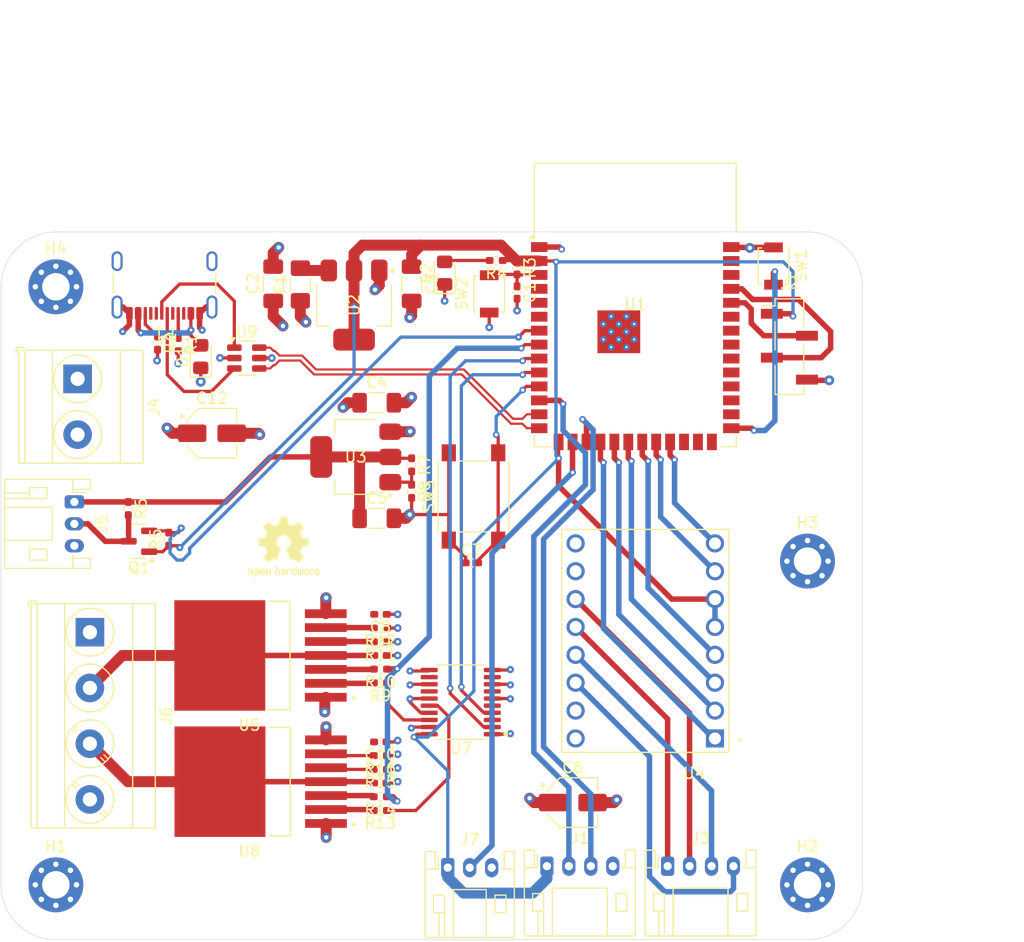
<source format=kicad_pcb>
(kicad_pcb (version 20240108) (generator "pcbnew") (generator_version "8.0")
  (title_block (title "ESP32 Control System") (date "2024-06-27") (rev "v1") (company "Shourov Paul"))
  (layers (0 "F.Cu" signal) (1 "In1.Cu" power "VBUS") (2 "In2.Cu" power "GND") (31 "B.Cu" signal) (34 "B.Paste" user) (35 "F.Paste" user) (36 "B.SilkS" user "B.Silkscreen") (37 "F.SilkS" user "F.Silkscreen") (38 "B.Mask" user) (39 "F.Mask" user) (44 "Edge.Cuts" user))
  (net 0 "")
  (net 1 "VDD33")
  (net 2 "/SV_O")
  (net 3 "GND")
  (net 4 "/GPIO0")
  (net 5 "/GPIO15")
  (net 7 "/SDA")
  (net 8 "/GPIO46")
  (net 9 "/GPIO9")
  (net 10 "/GPIO13")
  (net 14 "/GPIO42")
  (net 15 "/GPIO14")
  (net 16 "/SCL")
  (net 17 "/D-")
  (net 20 "/GPIO41")
  (net 22 "/GPIO48")
  (net 25 "/RX")
  (net 26 "/GPIO12")
  (net 27 "/D+")
  (net 29 "/TX")
  (net 31 "/GPIO47")
  (net 32 "/EN")
  (net 33 "/GPIO45")
  (net 34 "Net-(U2-VI)")
  (net 35 "VDD8")
  (net 36 "VBUS")
  (net 37 "Net-(U3-ADJ)")
  (net 38 "/B1")
  (net 39 "/B2")
  (net 40 "/A2")
  (net 41 "/A1")
  (net 43 "Net-(J6-Pin_2)")
  (net 44 "Net-(U5-SR)")
  (net 45 "Net-(U5-IN)")
  (net 46 "Net-(U5-IS)")
  (net 47 "Net-(U5-INH)")
  (net 48 "Net-(U8-IS)")
  (net 49 "Net-(U8-SR)")
  (net 50 "Net-(U8-IN)")
  (net 51 "Net-(J6-Pin_3)")
  (net 52 "Net-(U8-INH)")
  (net 53 "Net-(P1-D+)")
  (net 54 "Net-(P1-D-)")
  (net 55 "Net-(D1-A)")
  (net 56 "Net-(D2-A)")
  (net 57 "Net-(P1-CC)")
  (net 58 "Net-(P1-VCONN)")
  (net 59 "/OUT1")
  (net 60 "/OUT2")
  (net 67 "/GPIO7")
  (footprint "Capacitor_SMD:C_0402_1005Metric_Pad0.74x0.62mm_HandSolder" (layer "F.Cu") (at 108.5655 101.728)
    (property "Reference" "C11")
    (property "Value" "100pf")
  )
  (footprint "Resistor_SMD:R_0402_1005Metric_Pad0.72x0.64mm_HandSolder" (layer "F.Cu") (at 85.598 76.708 -90)
    (property "Reference" "R6")
    (property "Value" "10k")
  )
  (footprint "Capacitor_SMD:C_0402_1005Metric_Pad0.74x0.62mm_HandSolder" (layer "F.Cu") (at 108.5805 90.098)
    (property "Reference" "C9")
    (property "Value" "100pf")
  )
  (footprint "BTS7960B:DPAK127P1490X440-8N" (layer "F.Cu") (at 97.648 90.1 180)
    (property "Reference" "U5")
    (property "Value" "BTS7960B")
  )
  (footprint "TerminalBlock_Phoenix:TerminalBlock_Phoenix_MKDS-3-4-5.08_1x04_P5.08mm_Horizontal" (layer "F.Cu") (at 82.098 87.98 -90)
    (property "Reference" "J6")
    (property "Value" "Screw_Terminal_01x04")
  )
  (footprint "Capacitor_SMD:C_1206_3216Metric_Pad1.33x1.80mm_HandSolder" (layer "F.Cu") (at 111.422 56.2285 -90)
    (property "Reference" "C3")
    (property "Value" "10uf")
  )
  (footprint "Connector_JST:JST_PH_S3B-PH-K_1x03_P2.00mm_Horizontal" (layer "F.Cu") (at 114.713 109.437)
    (property "Reference" "J7")
    (property "Value" "Analog")
  )
  (footprint "Connector_JST:JST_PH_S4B-PH-K_1x04_P2.00mm_Horizontal" (layer "F.Cu") (at 123.75 109.3)
    (property "Reference" "J1")
    (property "Value" "AS5600")
  )
  (footprint "TerminalBlock_Phoenix:TerminalBlock_Phoenix_MKDS-3-2-5.08_1x02_P5.08mm_Horizontal" (layer "F.Cu") (at 80.98 64.892 -90)
    (property "Reference" "J4")
    (property "Value" "PWR_C")
  )
  (footprint "Resistor_SMD:R_0402_1005Metric_Pad0.72x0.64mm_HandSolder" (layer "F.Cu") (at 121.031 54.7745 -90)
    (property "Reference" "R3")
    (property "Value" "10k")
  )
  (footprint "Package_TO_SOT_SMD:SOT-223-3_TabPin2" (layer "F.Cu") (at 106.172 58.166 -90)
    (property "Reference" "U2")
    (property "Value" "AMS1117-3.3")
  )
  (footprint "Connector_USB:USB_C_Receptacle_GCT_USB4105-xx-A_16P_TopMnt_Horizontal" (layer "F.Cu") (at 88.9 55.245 180)
    (property "Reference" "P1")
    (property "Value" "USB_C_Plug_USB2.0")
  )
  (footprint "Resistor_SMD:R_0402_1005Metric_Pad0.72x0.64mm_HandSolder" (layer "F.Cu") (at 111.4195 72.72575 -90)
    (property "Reference" "R7")
    (property "Value" "1k")
  )
  (footprint "Resistor_SMD:R_0402_1005Metric_Pad0.72x0.64mm_HandSolder" (layer "F.Cu") (at 108.5805 92.6 180)
    (property "Reference" "R9")
    (property "Value" "1k")
  )
  (footprint "Resistor_SMD:R_0402_1005Metric_Pad0.72x0.64mm_HandSolder" (layer "F.Cu") (at 108.5655 102.974 180)
    (property "Reference" "R14")
    (property "Value" "1k")
  )
  (footprint "MountingHole:MountingHole_2.5mm_Pad_Via" (layer "F.Cu") (at 79 111)
    (property "Reference" "H1")
    (property "Value" "MountingHole_Pad")
  )
  (footprint "Capacitor_SMD:C_0402_1005Metric_Pad0.74x0.62mm_HandSolder" (layer "F.Cu") (at 121.031 57.023 -90)
    (property "Reference" "C1")
    (property "Value" "1uf")
  )
  (footprint "Resistor_SMD:R_0402_1005Metric_Pad0.72x0.64mm_HandSolder" (layer "F.Cu") (at 108.5655 99.226 180)
    (property "Reference" "R16")
    (property "Value" "1k")
  )
  (footprint "Capacitor_SMD:CP_Elec_4x5.8" (layer "F.Cu") (at 126.111 103.505)
    (property "Reference" "C6")
    (property "Value" "100uf")
  )
  (footprint "Resistor_SMD:R_0402_1005Metric_Pad0.72x0.64mm_HandSolder" (layer "F.Cu") (at 108.5805 88.852 180)
    (property "Reference" "R11")
    (property "Value" "1k")
  )
  (footprint "MountingHole:MountingHole_2.5mm_Pad_Via" (layer "F.Cu") (at 79 56.5)
    (property "Reference" "H4")
    (property "Value" "MountingHole_Pad")
  )
  (footprint "Package_TO_SOT_SMD:SOT-223-3_TabPin2" (layer "F.Cu") (at 106.3265 72.00675 180)
    (property "Reference" "U3")
    (property "Value" "AMS1117")
  )
  (footprint "Connector_JST:JST_PH_S4B-PH-K_1x04_P2.00mm_Horizontal" (layer "F.Cu") (at 134.75 109.3)
    (property "Reference" "J3")
    (property "Value" "NEMA17")
  )
  (footprint "Resistor_SMD:R_0402_1005Metric_Pad0.72x0.64mm_HandSolder" (layer "F.Cu") (at 108.5655 100.482 180)
    (property "Reference" "R15")
    (property "Value" "1k")
  )
  (footprint "Resistor_SMD:R_0402_1005Metric_Pad0.72x0.64mm_HandSolder" (layer "F.Cu") (at 108.5655 104.23 180)
    (property "Reference" "R13")
    (property "Value" "1k")
  )
  (footprint "Resistor_SMD:R_0402_1005Metric_Pad0.72x0.64mm_HandSolder" (layer "F.Cu") (at 88.265 61.6325 -90)
    (property "Reference" "R2")
    (property "Value" "5k1")
  )
  (footprint "Resistor_SMD:R_0402_1005Metric_Pad0.72x0.64mm_HandSolder" (layer "F.Cu") (at 119.126 54.102 180)
    (property "Reference" "R4")
    (property "Value" "1k")
  )
  (footprint "Resistor_SMD:R_0402_1005Metric_Pad0.72x0.64mm_HandSolder" (layer "F.Cu") (at 108.5805 91.344 180)
    (property "Reference" "R10")
    (property "Value" "1k")
  )
  (footprint "Button_Switch_SMD:SW_SPST_PTS645" (layer "F.Cu") (at 117.058 75.608 90)
    (property "Reference" "SW3")
    (property "Value" "EMG")
  )
  (footprint "Resistor_SMD:R_0402_1005Metric_Pad0.72x0.64mm_HandSolder" (layer "F.Cu") (at 89.281 79.502 90)
    (property "Reference" "R5")
    (property "Value" "10k")
  )
  (footprint "MountingHole:MountingHole_2.5mm_Pad_Via" (layer "F.Cu") (at 147.5 81.5)
    (property "Reference" "H3")
    (property "Value" "MountingHole_Pad")
  )
  (footprint "Capacitor_SMD:C_1206_3216Metric_Pad1.33x1.80mm_HandSolder" (layer "F.Cu") (at 98.806 56.2225 90)
    (property "Reference" "C2")
    (property "Value" "10uf")
  )
  (footprint "Button_Switch_SMD:SW_SPST_B3U-1000P" (layer "F.Cu") (at 118.491 57.15 90)
    (property "Reference" "SW2")
    (property "Value" "RST")
  )
  (footprint "Resistor_SMD:R_0402_1005Metric_Pad0.72x0.64mm_HandSolder" (layer "F.Cu") (at 90.15 61.77 -90)
    (property "Reference" "R1")
    (property "Value" "5k1")
  )
  (footprint "BTS7960B:DPAK127P1490X440-8N" (layer "F.Cu") (at 97.663 101.6 180)
    (property "Reference" "U8")
    (property "Value" "BTS7960B")
  )
  (footprint "Capacitor_SMD:CP_Elec_4x5.8" (layer "F.Cu") (at 93.218 69.85)
    (property "Reference" "C12")
    (property "Value" "100uf")
  )
  (footprint "Fuse:Fuse_1206_3216Metric_Pad1.42x1.75mm_HandSolder" (layer "F.Cu") (at 101.278 56.2925 90)
    (property "Reference" "F1")
    (property "Value" "0.2A")
  )
  (footprint "Resistor_SMD:R_0402_1005Metric_Pad0.72x0.64mm_HandSolder" (layer "F.Cu") (at 108.5805 87.596 180)
    (property "Reference" "R12")
    (property "Value" "1k")
  )
  (footprint "Connector_JST:JST_PH_S3B-PH-K_1x03_P2.00mm_Horizontal" (layer "F.Cu") (at 80.682 76.105 -90)
    (property "Reference" "J5")
    (property "Value" "SRVO")
  )
  (footprint "Package_TO_SOT_SMD:SOT-23" (layer "F.Cu") (at 86.5655 79.695 180)
    (property "Reference" "Q1")
    (property "Value" "BSS138")
  )
  (footprint "MountingHole:MountingHole_2.5mm_Pad_Via" (layer "F.Cu") (at 147.5 111)
    (property "Reference" "H2")
    (property "Value" "MountingHole_Pad")
  )
  (footprint "Capacitor_SMD:C_0402_1005Metric_Pad0.74x0.62mm_HandSolder" (layer "F.Cu") (at 108.5655 97.98 180)
    (property "Reference" "C10")
    (property "Value" "100pf")
  )
  (footprint "Symbol:OSHW-Logo2_7.3x6mm_SilkScreen" (layer "F.Cu") (at 99.75 80.25)
    (property "Reference" "U6" (hide yes))
    (property "Value" "~" (hide yes))
  )
  (footprint "Button_Switch_SMD:SW_SPST_B3U-1000P" (layer "F.Cu") (at 144.399 54.61 -90)
    (property "Reference" "SW1")
    (property "Value" "BOOT")
  )
  (footprint "Diode_SMD:D_0805_2012Metric_Pad1.15x1.40mm_HandSolder" (layer "F.Cu") (at 92.202 62.865 90)
    (property "Reference" "D1")
    (property "Value" "D")
  )
  (footprint "DRV8825_STEPPER_MOTOR_DRIVER_CARRIER:IC_DRV8825_STEPPER_MOTOR_DRIVER_CARRIER" (layer "F.Cu") (at 132.715 88.773 180)
    (property "Reference" "U4")
    (property "Value" "DRV8825")
  )
  (footprint "LED_SMD:LED_0805_2012Metric_Pad1.15x1.40mm_HandSolder" (layer "F.Cu") (at 114.427 55.254 90)
    (property "Reference" "D2")
    (property "Value" "PWR_L")
  )
  (footprint "Capacitor_SMD:C_1206_3216Metric_Pad1.33x1.80mm_HandSolder" (layer "F.Cu") (at 108.2425 67.06775)
    (property "Reference" "C4")
    (property "Value" "10uf")
  )
  (footprint "Capacitor_SMD:C_1206_3216Metric_Pad1.33x1.80mm_HandSolder" (layer "F.Cu") (at 108.2425 77.59675)
    (property "Reference" "C5")
    (property "Value" "10uf")
  )
  (footprint "Resistor_SMD:R_0402_1005Metric_Pad0.72x0.64mm_HandSolder" (layer "F.Cu") (at 111.4195 75.13875 -90)
    (property "Reference" "R8")
    (property "Value" "5k1")
  )
  (footprint "Connector_PinSocket_2.00mm:PinSocket_1x04_P2.00mm_Vertical_SMD_Pin1Left" (layer "F.Cu") (at 145.847 61.96)
    (property "Reference" "J2")
    (property "Value" "UART")
  )
  (footprint "Package_SO:SSOP-20_4.4x6.5mm_P0.65mm" (layer "F.Cu") (at 115.898 94.35 180)
    (property "Reference" "U7")
    (property "Value" "74LS244")
  )
  (footprint "Package_TO_SOT_SMD:SOT-23-6" (layer "F.Cu") (at 96.4 62.995)
    (property "Reference" "U9")
    (property "Value" "USBLC6-2SC6")
  )
  (footprint "Capacitor_SMD:C_0402_1005Metric_Pad0.74x0.62mm_HandSolder" (layer "F.Cu") (at 116.9075 81.661)
    (property "Reference" "C7")
    (property "Value" "100nf")
  )
  (footprint "Capacitor_SMD:C_0402_1005Metric_Pad0.74x0.62mm_HandSolder" (layer "F.Cu") (at 108.5805 86.35 180)
    (property "Reference" "C8")
    (property "Value" "100pf")
  )
  (footprint "RF_Module:ESP32-S3-WROOM-1" (layer "F.Cu") (at 131.8 58.14)
    (property "Reference" "U1")
    (property "Value" "ESP32-S3-WROOM-1")
  )
  (gr_line (start 147.5 116) (end 147.5 116) (stroke (width 0.05)) (layer "Edge.Cuts"))
  (gr_line (start 147.5 116) (end 79 116) (stroke (width 0.05)) (layer "Edge.Cuts"))
  (gr_line (start 141 51.5) (end 79 51.5) (stroke (width 0.05)) (layer "Edge.Cuts"))
  (gr_arc (start 152.5 111) (mid 151.035534 114.535534) (end 147.5 116) (stroke (width 0.05)) (layer "Edge.Cuts"))
  (gr_arc (start 74 56.5) (mid 75.464466 52.964466) (end 79 51.5) (stroke (width 0.05)) (layer "Edge.Cuts"))
  (gr_line (start 152.5 111) (end 152.5 56.5) (stroke (width 0.05)) (layer "Edge.Cuts"))
  (gr_line (start 141 51.5) (end 147.25 51.5) (stroke (width 0.05)) (layer "Edge.Cuts"))
  (gr_line (start 147.5 51.5) (end 147.25 51.5) (stroke (width 0.05)) (layer "Edge.Cuts"))
  (gr_line (start 152.375 56.5) (end 152.375 56.5) (stroke (width 0.05)) (layer "Edge.Cuts"))
  (gr_line (start 74 56.5) (end 74 111) (stroke (width 0.05)) (layer "Edge.Cuts"))
  (gr_arc (start 79 116) (mid 75.464466 114.535534) (end 74 111) (stroke (width 0.05)) (layer "Edge.Cuts"))
  (gr_arc (start 147.5 51.5) (mid 151.035534 52.964466) (end 152.5 56.5) (stroke (width 0.05)) (layer "Edge.Cuts"))
  (segment (start 111.422 54.666) (end 111.422 53.551) (width 1) (layer "F.Cu") (net 1))
  (segment (start 123.05 54.15) (end 121.058 54.15) (width 0.3) (layer "F.Cu") (net 1))
  (segment (start 90.1325 80.0995) (end 90.297 80.264) (width 0.3) (layer "F.Cu") (net 1))
  (segment (start 106.934 52.705) (end 112.268 52.705) (width 1) (layer "F.Cu") (net 1))
  (segment (start 120.956 54.102) (end 121.031 54.177) (width 0.3) (layer "F.Cu") (net 1))
  (segment (start 124.815 74.65) (end 124.815 72.136) (width 0.5) (layer "F.Cu") (net 1))
  (segment (start 88.7355 80.645) (end 89.281 80.0995) (width 0.3) (layer "F.Cu") (net 1))
  (segment (start 124.815 72.136) (end 124.815 70.64) (width 0.3) (layer "F.Cu") (net 1))
  (segment (start 111.422 53.551) (end 112.268 52.705) (width 1) (layer "F.Cu") (net 1))
  (segment (start 145.955 58.96) (end 146.05 59.055) (width 0.5) (layer "F.Cu") (net 1))
  (segment (start 106.172 53.467) (end 106.934 52.705) (width 1) (layer "F.Cu") (net 1))
  (segment (start 144.247 58.96) (end 145.955 58.96) (width 0.5) (layer "F.Cu") (net 1))
  (segment (start 111.894 97.275) (end 111.633 97.536) (width 0.3) (layer "F.Cu") (net 1))
  (segment (start 123.05 54.15) (end 124.508 54.15) (width 0.3) (layer "F.Cu") (net 1))
  (segment (start 113.023 97.275) (end 111.894 97.275) (width 0.3) (layer "F.Cu") (net 1))
  (segment (start 124.508 54.15) (end 124.587 54.229) (width 0.3) (layer "F.Cu") (net 1))
  (segment (start 112.268 52.705) (end 119.559 52.705) (width 1) (layer "F.Cu") (net 1))
  (segment (start 121.004 54.15) (end 123.05 54.15) (width 1) (layer "F.Cu") (net 1))
  (segment (start 121.058 54.15) (end 121.031 54.177) (width 0.3) (layer "F.Cu") (net 1))
  (segment (start 119.559 52.705) (end 121.004 54.15) (width 1) (layer "F.Cu") (net 1))
  (segment (start 87.503 80.645) (end 88.7355 80.645) (width 0.3) (layer "F.Cu") (net 1))
  (segment (start 106.172 55.016) (end 106.172 58.293) (width 1) (layer "F.Cu") (net 1))
  (segment (start 139.065 84.963) (end 135.128 84.963) (width 0.5) (layer "F.Cu") (net 1))
  (segment (start 146.177 59.182) (end 146.05 59.055) (width 0.5) (layer "F.Cu") (net 1))
  (segment (start 119.7235 54.102) (end 120.956 54.102) (width 0.3) (layer "F.Cu") (net 1))
  (segment (start 89.281 80.0995) (end 90.1325 80.0995) (width 0.3) (layer "F.Cu") (net 1))
  (segment (start 135.128 84.963) (end 124.815 74.65) (width 0.5) (layer "F.Cu") (net 1))
  (segment (start 106.172 55.016) (end 106.172 53.467) (width 1) (layer "F.Cu") (net 1))
  (segment (start 106.172 58.293) (end 106.172 61.316) (width 1) (layer "F.Cu") (net 1))
  (via (at 90.297 80.264) (size 0.65) (drill 0.25) (layers "F.Cu" "B.Cu") (net 1))
  (via (at 106.172 58.293) (size 0.65) (drill 0.25) (layers "F.Cu" "B.Cu") (net 1))
  (via (at 111.633 97.536) (size 0.6) (drill 0.3) (layers "F.Cu" "B.Cu") (net 1))
  (via (at 124.587 54.229) (size 0.6) (drill 0.3) (layers "F.Cu" "B.Cu") (net 1))
  (via (at 124.815 72.136) (size 0.6) (drill 0.3) (layers "F.Cu" "B.Cu") (net 1))
  (via (at 146.177 59.182) (size 0.6) (drill 0.3) (layers "F.Cu" "B.Cu") (net 1))
  (segment (start 106.172 64.389) (end 106.172 58.293) (width 0.3) (layer "B.Cu") (net 1))
  (segment (start 124.815 72.136) (end 124.714 72.237) (width 0.3) (layer "B.Cu") (net 1))
  (segment (start 117.094 79.857) (end 117.094 93.345) (width 0.3) (layer "B.Cu") (net 1))
  (segment (start 145.288 54.229) (end 146.177 55.118) (width 0.3) (layer "B.Cu") (net 1))
  (segment (start 124.587 54.229) (end 145.288 54.229) (width 0.3) (layer "B.Cu") (net 1))
  (segment (start 124.572 54.244) (end 124.572 71.893) (width 0.3) (layer "B.Cu") (net 1))
  (segment (start 112.903 97.536) (end 111.633 97.536) (width 0.3) (layer "B.Cu") (net 1))
  (segment (start 124.572 71.893) (end 124.815 72.136) (width 0.3) (layer "B.Cu") (net 1))
  (segment (start 111.633 97.536) (end 114.713 100.616) (width 0.3) (layer "B.Cu") (net 1))
  (segment (start 114.713 100.616) (end 114.713 109.437) (width 0.3) (layer "B.Cu") (net 1))
  (segment (start 123.75 110.438) (end 123.75 109.3) (width 1) (layer "B.Cu") (net 1))
  (segment (start 114.713 110.312) (end 116.161 111.76) (width 1) (layer "B.Cu") (net 1))
  (segment (start 139.065 87.503) (end 139.065 84.963) (width 0.5) (layer "B.Cu") (net 1))
  (segment (start 124.587 54.229) (end 124.572 54.244) (width 0.3) (layer "B.Cu") (net 1))
  (segment (start 114.713 109.437) (end 114.713 110.312) (width 1) (layer "B.Cu") (net 1))
  (segment (start 122.428 111.76) (end 123.75 110.438) (width 1) (layer "B.Cu") (net 1))
  (segment (start 116.161 111.76) (end 122.428 111.76) (width 1) (layer "B.Cu") (net 1))
  (segment (start 117.094 93.345) (end 112.903 97.536) (width 0.3) (layer "B.Cu") (net 1))
  (segment (start 90.297 80.264) (end 106.172 64.389) (width 0.3) (layer "B.Cu") (net 1))
  (segment (start 124.714 72.237) (end 117.094 79.857) (width 0.3) (layer "B.Cu") (net 1))
  (segment (start 146.177 55.118) (end 146.177 59.182) (width 0.3) (layer "B.Cu") (net 1))
  (segment (start 80.682 78.105) (end 81.915 78.105) (width 0.5) (layer "F.Cu") (net 2))
  (segment (start 83.505 79.695) (end 85.628 79.695) (width 0.5) (layer "F.Cu") (net 2))
  (segment (start 85.628 79.695) (end 85.628 77.3355) (width 0.5) (layer "F.Cu") (net 2))
  (segment (start 85.628 77.3355) (end 85.598 77.3055) (width 0.5) (layer "F.Cu") (net 2))
  (segment (start 81.915 78.105) (end 83.505 79.695) (width 0.5) (layer "F.Cu") (net 2))
  (segment (start 110.022 99.226) (end 110.148 99.1) (width 0.3) (layer "F.Cu") (net 3))
  (segment (start 110.018 97.98) (end 110.148 97.85) (width 0.3) (layer "F.Cu") (net 3))
  (segment (start 97.577 69.973) (end 97.454 69.85) (width 1) (layer "F.Cu") (net 3))
  (segment (start 114.808 77.216) (end 114.808 77.724) (width 0.3) (layer "F.Cu") (net 3))
  (segment (start 109.182 87.6) (end 109.178 87.596) (width 0.3) (layer "F.Cu") (net 3))
  (segment (start 103.505 94.003) (end 103.598 93.91) (width 1) (layer "F.Cu") (net 3))
  (segment (start 92.329 60.452) (end 92.202 60.325) (width 0.5) (layer "F.Cu") (net 3))
  (segment (start 112.936 91.512) (end 113.023 91.425) (width 0.3) (layer "F.Cu") (net 3))
  (segment (start 110.9125 77.59675) (end 109.805 77.59675) (width 1) (layer "F.Cu") (net 3))
  (segment (start 127.911 103.505) (end 129.861 103.505) (width 1) (layer "F.Cu") (net 3))
  (segment (start 88.265 63.1795) (end 88.218 63.2265) (width 0.3) (layer "F.Cu") (net 3))
  (segment (start 98.806 53.41) (end 99.306 52.91) (width 1) (layer "F.Cu") (net 3))
  (segment (start 85.125 58.35) (end 85.7 58.925) (width 0.5) (layer "F.Cu") (net 3))
  (segment (start 110.02 101.728) (end 110.148 101.6) (width 0.3) (layer "F.Cu") (net 3))
  (segment (start 93.22 58.35) (end 92.675 58.35) (width 0.5) (layer "F.Cu") (net 3))
  (segment (start 111.252 77.25725) (end 114.76675 77.25725) (width 0.3) (layer "F.Cu") (net 3))
  (segment (start 114.76675 77.25725) (end 114.808 77.216) (width 0.3) (layer "F.Cu") (net 3))
  (segment (start 111.273 94.349999) (end 111.273 94.052) (width 0.3) (layer "F.Cu") (net 3))
  (segment (start 118.491 58.85) (end 118.491 60.198) (width 0.3) (layer "F.Cu") (net 3))
  (segment (start 116.34 81.12) (end 114.808 79.588) (width 0.3) (layer "F.Cu") (net 3))
  (segment (start 111.273 91.512) (end 112.936 91.512) (width 0.3) (layer "F.Cu") (net 3))
  (segment (start 85.7 59.969) (end 85.7 58.925) (width 0.5) (layer "F.Cu") (net 3))
  (segment (start 111.3 94.025) (end 111.273 94.052) (width 0.3) (layer "F.Cu") (net 3))
  (segment (start 110.9125 67.06775) (end 111.4125 66.56775) (width 1) (layer "F.Cu") (net 3))
  (segment (start 111.494 96.625) (end 111.4 96.719) (width 0.3) (layer "F.Cu") (net 3))
  (segment (start 114.808 79.588) (end 114.808 77.724) (width 0.3) (layer "F.Cu") (net 3))
  (segment (start 109.18 88.85) (end 109.178 88.852) (width 0.3) (layer "F.Cu") (net 3))
  (segment (start 121.031 57.5905) (end 121.031 58.674) (width 0.3) (layer "F.Cu") (net 3))
  (segment (start 140.58 52.91) (end 140.55 52.88) (width 0.5) (layer "F.Cu") (net 3))
  (segment (start 113.023 95.325) (end 112.248001 95.325) (width 0.3) (layer "F.Cu") (net 3))
  (segment (start 95.2625 62.995) (end 94.989 62.995) (width 0.3) (layer "F.Cu") (net 3))
  (segment (start 109.133 101.728) (end 110.02 101.728) (width 0.3) (layer "F.Cu") (net 3))
  (segment (start 111.4195 77.08975) (end 111.252 77.25725) (width 0.3) (layer "F.Cu") (net 3))
  (segment (start 109.148 90.098) (end 110.146 90.098) (width 0.3) (layer "F.Cu") (net 3))
  (segment (start 94.977 62.983) (end 93.961 62.983) (width 0.3) (layer "F.Cu") (net 3))
  (segment (start 113.023 96.625) (end 111.494 96.625) (width 0.3) (layer "F.Cu") (net 3))
  (segment (start 114.427 56.279) (end 114.427 57.785) (width 0.3) (layer "F.Cu") (net 3))
  (segment (start 124.889 52.88) (end 125.095 53.086) (width 0.5) (layer "F.Cu") (net 3))
  (segment (start 111.422 57.791) (end 111.422 59.139) (width 1) (layer "F.Cu") (net 3))
  (segment (start 90.15 62.3675) (end 90.15 63.49) (width 0.3) (layer "F.Cu") (net 3))
  (segment (start 94.989 62.995) (end 94.977 62.983) (width 0.3) (layer "F.Cu") (net 3))
  (segment (start 92.675 58.35) (end 92.1 58.925) (width 0.5) (layer "F.Cu") (net 3))
  (segment (start 110.148 86.35) (end 109.148 86.35) (width 0.3) (layer "F.Cu") (net 3))
  (segment (start 88.265 62.23) (end 88.265 63.1795) (width 0.3) (layer "F.Cu") (net 3))
  (segment (start 118.773 94.025) (end 120.39 94.025) (width 0.3) (layer "F.Cu") (net 3))
  (segment (start 149.479 65.024) (end 147.511 65.024) (width 0.5) (layer "F.Cu") (net 3))
  (segment (start 111.4195 75.73625) (end 111.4195 77.08975) (width 0.3) (layer "F.Cu") (net 3))
  (segment (start 111.252 77.25725) (end 110.9125 77.59675) (width 1) (layer "F.Cu") (net 3))
  (segment (start 103.632 105.429) (end 103.613 105.41) (width 1) (layer "F.Cu") (net 3))
  (segment (start 144.399 52.91) (end 140.58 52.91) (width 0.5) (layer "F.Cu") (net 3))
  (segment (start 112.248001 95.325) (end 111.273 94.349999) (width 0.3) (layer "F.Cu") (net 3))
  (segment (start 108.472 56.374) (end 108.077 56.769) (width 1) (layer "F.Cu") (net 3))
  (segment (start 118.773 97.275) (end 120.369 97.275) (width 0.3) (layer "F.Cu") (net 3))
  (segment (start 123.05 52.88) (end 124.889 52.88) (width 0.5) (layer "F.Cu") (net 3))
  (segment (start 109.163 99.226) (end 110.022 99.226) (width 0.3) (layer "F.Cu") (net 3))
  (segment (start 103.632 106.68) (end 103.632 105.429) (width 1) (layer "F.Cu") (net 3))
  (segment (start 116.34 81.661) (end 116.34 81.12) (width 0.3) (layer "F.Cu") (net 3))
  (segment (start 118.773 92.725) (end 120.36 92.725) (width 0.3) (layer "F.Cu") (net 3))
  (segment (start 98.806 54.66) (end 98.806 53.41) (width 1) (layer "F.Cu") (net 3))
  (segment (start 97.454 69.85) (end 95.018 69.85) (width 1) (layer "F.Cu") (net 3))
  (segment (start 110.146 90.098) (end 110.148 90.1) (width 0.3) (layer "F.Cu") (net 3))
  (segment (start 109.133 97.98) (end 110.018 97.98) (width 0.3) (layer "F.Cu") (net 3))
  (segment (start 118.773 91.425) (end 120.377 91.425) (width 0.3) (layer "F.Cu") (net 3))
  (segment (start 147.511 65.024) (end 147.447 64.96) (width 0.5) (layer "F.Cu") (net 3))
  (segment (start 113.023 94.025) (end 111.3 94.025) (width 0.3) (layer "F.Cu") (net 3))
  (segment (start 120.377 91.425) (end 120.417 91.385) (width 0.3) (layer "F.Cu") (net 3))
  (segment (start 84.58 58.35) (end 85.125 58.35) (width 0.5) (layer "F.Cu") (net 3))
  (segment (start 110.148 88.85) (end 109.18 88.85) (width 0.3) (layer "F.Cu") (net 3))
  (segment (start 92.1 58.925) (end 92.1 60.223) (width 0.5) (layer "F.Cu") (net 3))
  (segment (start 120.369 97.275) (end 120.417 97.227) (width 0.3) (layer "F.Cu") (net 3))
  (segment (start 103.505 95.25) (end 103.505 94.003) (width 1) (layer "F.Cu") (net 3))
  (segment (start 113.023 92.725) (end 111.33 92.725) (width 0.3) (layer "F.Cu") (net 3))
  (segment (start 111.33 92.725) (end 111.273 92.782) (width 0.3) (layer "F.Cu") (net 3))
  (segment (start 108.472 55.016) (end 108.472 56.374) (width 1) (layer "F.Cu") (net 3))
  (segment (start 109.805 67.06775) (end 110.9125 67.06775) (width 1) (layer "F.Cu") (net 3))
  (segment (start 92.1 60.223) (end 92.329 60.452) (width 0.5) (layer "F.Cu") (net 3))
  (segment (start 111.422 59.139) (end 111.252 59.309) (width 1) (layer "F.Cu") (net 3))
  (segment (start 129.861 103.505) (end 130.111 103.255) (width 1) (layer "F.Cu") (net 3))
  (segment (start 85.09 60.579) (end 85.7 59.969) (width 0.5) (layer "F.Cu") (net 3))
  (segment (start 114.808 71.628) (end 114.808 77.216) (width 0.3) (layer "F.Cu") (net 3))
  (segment (start 90.15 63.49) (end 90.151 63.491) (width 0.3) (layer "F.Cu") (net 3))
  (segment (start 120.39 94.025) (end 120.417 94.052) (width 0.3) (layer "F.Cu") (net 3))
  (segment (start 110.148 87.6) (end 109.182 87.6) (width 0.3) (layer "F.Cu") (net 3))
  (segment (start 110.016 100.482) (end 110.148 100.35) (width 0.3) (layer "F.Cu") (net 3))
  (segment (start 109.163 100.482) (end 110.016 100.482) (width 0.3) (layer "F.Cu") (net 3))
  (segment (start 120.36 92.725) (end 120.417 92.782) (width 0.3) (layer "F.Cu") (net 3))
  (via (at 103.632 106.68) (size 0.9) (drill 0.4) (layers "F.Cu" "B.Cu") (net 3))
  (via (at 97.577 69.973) (size 0.9) (drill 0.4) (layers "F.Cu" "B.Cu") (net 3))
  (via (at 92.329 60.452) (size 0.65) (drill 0.25) (layers "F.Cu" "B.Cu") (net 3))
  (via (at 111.273 92.782) (size 0.65) (drill 0.25) (layers "F.Cu" "B.Cu") (net 3))
  (via (at 149.479 65.024) (size 0.9) (drill 0.4) (layers "F.Cu" "B.Cu") (net 3))
  (via (at 120.417 92.782) (size 0.65) (drill 0.25) (layers "F.Cu" "B.Cu") (net 3))
  (via (at 111.273 91.512) (size 0.65) (drill 0.25) (layers "F.Cu" "B.Cu") (net 3))
  (via (at 120.417 97.227) (size 0.65) (drill 0.25) (layers "F.Cu" "B.Cu") (net 3))
  (via (at 110.148 88.85) (size 0.7) (drill 0.3) (layers "F.Cu" "B.Cu") (net 3))
  (via (at 111.4125 66.56775) (size 0.9) (drill 0.4) (layers "F.Cu" "B.Cu") (net 3))
  (via (at 120.417 91.385) (size 0.65) (drill 0.25) (layers "F.Cu" "B.Cu") (net 3))
  (via (at 110.148 90.1) (size 0.7) (drill 0.3) (layers "F.Cu" "B.Cu") (net 3))
  (via (at 114.427 57.785) (size 0.7) (drill 0.3) (layers "F.Cu" "B.Cu") (net 3))
  (via (at 103.505 95.25) (size 0.9) (drill 0.4) (layers "F.Cu" "B.Cu") (net 3))
  (via (at 118.491 60.198) (size 0.7) (drill 0.3) (layers "F.Cu" "B.Cu") (net 3))
  (via (at 110.148 99.1) (size 0.7) (drill 0.3) (layers "F.Cu" "B.Cu") (net 3))
  (via (at 125.095 53.086) (size 0.6) (drill 0.3) (layers "F.Cu" "B.Cu") (net 3))
  (via (at 99.306 52.91) (size 0.9) (drill 0.4) (layers "F.Cu" "B.Cu") (net 3))
  (via (at 111.273 94.052) (size 0.65) (drill 0.25) (layers "F.Cu" "B.Cu") (net 3))
  (via (at 85.09 60.579) (size 0.65) (drill 0.25) (layers "F.Cu" "B.Cu") (net 3))
  (via (at 111.252 59.309) (size 0.9) (drill 0.4) (layers "F.Cu" "B.Cu") (net 3))
  (via (at 88.218 63.2265) (size 0.7) (drill 0.3) (layers "F.Cu" "B.Cu") (net 3))
  (via (at 130.111 103.255) (size 0.9) (drill 0.4) (layers "F.Cu" "B.Cu") (net 3))
  (via (at 121.031 58.674) (size 0.7) (drill 0.3) (layers "F.Cu" "B.Cu") (net 3))
  (via (at 120.417 94.052) (size 0.65) (drill 0.25) (layers "F.Cu" "B.Cu") (net 3))
  (via (at 110.148 101.6) (size 0.7) (drill 0.3) (layers "F.Cu" "B.Cu") (net 3))
  (via (at 110.148 100.35) (size 0.7) (drill 0.3) (layers "F.Cu" "B.Cu") (net 3))
  (via (at 110.148 87.6) (size 0.7) (drill 0.3) (layers "F.Cu" "B.Cu") (net 3))
  (via (at 93.961 62.983) (size 0.7) (drill 0.3) (layers "F.Cu" "B.Cu") (net 3))
  (via (at 110.148 97.85) (size 0.7) (drill 0.3) (layers "F.Cu" "B.Cu") (net 3))
  (via (at 111.4 96.719) (size 0.65) (drill 0.25) (layers "F.Cu" "B.Cu") (net 3))
  (via (at 110.148 86.35) (size 0.7) (drill 0.3) (layers "F.Cu" "B.Cu") (net 3))
  (via (at 111.252 77.25725) (size 0.9) (drill 0.4) (layers "F.Cu" "B.Cu") (net 3))
  (via (at 108.077 56.769) (size 0.9) (drill 0.4) (layers "F.Cu" "B.Cu") (net 3))
  (via (at 90.151 63.491) (size 0.7) (drill 0.3) (layers "F.Cu" "B.Cu") (net 3))
  (via (at 142.24 52.959) (size 0.9) (drill 0.4) (layers "F.Cu" "B.Cu") (net 3))
  (segment (start 140.55 69.39) (end 142.415 69.39) (width 0.5) (layer "F.Cu") (net 4))
  (segment (start 142.415 69.39) (end 142.494 69.469) (width 0.5) (layer "F.Cu") (net 4))
  (segment (start 144.399 56.31) (end 144.399 55.245) (width 0.5) (layer "F.Cu") (net 4))
  (segment (start 142.621 69.596) (end 142.494 69.469) (width 0.5) (layer "F.Cu") (net 4))
  (segment (start 144.399 55.245) (end 144.526 55.118) (width 0.5) (layer "F.Cu") (net 4))
  (via (at 142.621 69.596) (size 0.6) (drill 0.3) (layers "F.Cu" "B.Cu") (net 4))
  (via (at 144.526 55.118) (size 0.6) (drill 0.3) (layers "F.Cu" "B.Cu") (net 4))
  (segment (start 143.637 69.596) (end 144.526 68.707) (width 0.5) (layer "B.Cu") (net 4))
  (segment (start 144.526 68.707) (end 144.526 55.118) (width 0.5) (layer "B.Cu") (net 4))
  (segment (start 142.621 69.596) (end 143.637 69.596) (width 0.5) (layer "B.Cu") (net 4))
  (segment (start 126.085 73.419183) (end 126.090143 73.424326) (width 0.5) (layer "F.Cu") (net 5))
  (segment (start 126.085 70.64) (end 126.085 73.419183) (width 0.5) (layer "F.Cu") (net 5))
  (via (at 126.090143 73.424326) (size 0.6) (drill 0.3) (layers "F.Cu" "B.Cu") (net 5))
  (segment (start 118.745 80.772) (end 126.111 73.406) (width 0.5) (layer "B.Cu") (net 5))
  (segment (start 116.713 109.437) (end 118.745 107.405) (width 0.5) (layer "B.Cu") (net 5))
  (segment (start 118.745 107.405) (end 118.745 80.772) (width 0.5) (layer "B.Cu") (net 5))
  (segment (start 124.889 66.85) (end 125.222 67.183) (width 0.5) (layer "F.Cu") (net 7))
  (segment (start 123.05 66.85) (end 124.889 66.85) (width 0.5) (layer "F.Cu") (net 7))
  (segment (start 125.222 67.183) (end 125.095 67.056) (width 0.5) (layer "F.Cu") (net 7))
  (via (at 125.222 67.183) (size 0.6) (drill 0.3) (layers "F.Cu" "B.Cu") (net 7))
  (segment (start 127.254 71.628) (end 125.222 69.596) (width 0.5) (layer "B.Cu") (net 7))
  (segment (start 125.75 109.3) (end 125.75 102.128) (width 0.5) (layer "B.Cu") (net 7))
  (segment (start 127.254 74.549) (end 127.254 71.628) (width 0.5) (layer "B.Cu") (net 7))
  (segment (start 122.555 98.933) (end 122.555 79.248) (width 0.5) (layer "B.Cu") (net 7))
  (segment (start 125.222 69.596) (end 125.222 67.183) (width 0.5) (layer "B.Cu") (net 7))
  (segment (start 122.555 79.248) (end 127.254 74.549) (width 0.5) (layer "B.Cu") (net 7))
  (segment (start 125.75 102.128) (end 122.555 98.933) (width 0.5) (layer "B.Cu") (net 7))
  (segment (start 132.435 71.856) (end 132.969 72.39) (width 0.5) (layer "F.Cu") (net 8))
  (segment (start 132.435 70.64) (end 132.435 71.856) (width 0.5) (layer "F.Cu") (net 8))
  (via (at 132.969 72.39) (size 0.6) (drill 0.3) (layers "F.Cu" "B.Cu") (net 8))
  (segment (start 139.065 90.043) (end 132.969 83.947) (width 0.5) (layer "B.Cu") (net 8))
  (segment (start 132.969 83.947) (end 132.969 72.39) (width 0.5) (layer "B.Cu") (net 8))
  (segment (start 123.05 65.58) (end 121.872 65.58) (width 0.3) (layer "F.Cu") (net 9))
  (segment (start 121.872 65.58) (end 121.539 65.913) (width 0.3) (layer "F.Cu") (net 9))
  (segment (start 119.308 71.628) (end 119.308 70.159) (width 0.3) (layer "F.Cu") (net 9))
  (segment (start 119.308 70.159) (end 119.126 69.977) (width 0.3) (layer "F.Cu") (net 9))
  (segment (start 117.475 81.661) (end 117.475 81.421) (width 0.3) (layer "F.Cu") (net 9))
  (segment (start 119.308 79.588) (end 119.308 71.628) (width 0.3) (layer "F.Cu") (net 9))
  (segment (start 117.475 81.421) (end 119.308 79.588) (width 0.3) (layer "F.Cu") (net 9))
  (via (at 119.126 69.977) (size 0.6) (drill 0.3) (layers "F.Cu" "B.Cu") (net 9))
  (via (at 121.539 65.913) (size 0.6) (drill 0.3) (layers "F.Cu" "B.Cu") (net 9))
  (segment (start 119.126 69.977) (end 119.126 68.326) (width 0.3) (layer "B.Cu") (net 9))
  (segment (start 119.126 68.326) (end 121.539 65.913) (width 0.3) (layer "B.Cu") (net 9))
  (segment (start 117.998001 96.625) (end 114.935 93.561999) (width 0.3) (layer "F.Cu") (net 10))
  (segment (start 123.05 63.04) (end 121.745 63.04) (width 0.3) (layer "F.Cu") (net 10))
  (segment (start 121.745 63.04) (end 121.539 63.246) (width 0.3) (layer "F.Cu") (net 10))
  (segment (start 118.773 96.625) (end 117.998001 96.625) (width 0.3) (layer "F.Cu") (net 10))
  (segment (start 114.935 93.561999) (end 114.935 93.091) (width 0.3) (layer "F.Cu") (net 10))
  (via (at 121.539 63.246) (size 0.6) (drill 0.3) (layers "F.Cu" "B.Cu") (net 10))
  (via (at 114.935 93.091) (size 0.6) (drill 0.3) (layers "F.Cu" "B.Cu") (net 10))
  (segment (start 114.935 64.643) (end 116.332 63.246) (width 0.3) (layer "B.Cu") (net 10))
  (segment (start 116.332 63.246) (end 121.539 63.246) (width 0.3) (layer "B.Cu") (net 10))
  (segment (start 114.935 93.091) (end 114.935 64.643) (width 0.3) (layer "B.Cu") (net 10))
  (segment (start 134.975 71.856) (end 135.382 72.263) (width 0.5) (layer "F.Cu") (net 14))
  (segment (start 134.975 70.64) (end 134.975 71.856) (width 0.5) (layer "F.Cu") (net 14))
  (via (at 135.382 72.263) (size 0.6) (drill 0.3) (layers "F.Cu" "B.Cu") (net 14))
  (segment (start 135.382 76.2) (end 135.382 72.263) (width 0.5) (layer "B.Cu") (net 14))
  (segment (start 139.065 79.883) (end 135.382 76.2) (width 0.5) (layer "B.Cu") (net 14))
  (segment (start 117.998001 95.325) (end 115.951 93.277999) (width 0.3) (layer "F.Cu") (net 15))
  (segment (start 115.951 93.277999) (end 115.951 92.964) (width 0.3) (layer "F.Cu") (net 15))
  (segment (start 121.745 64.31) (end 121.539 64.516) (width 0.3) (layer "F.Cu") (net 15))
  (segment (start 123.05 64.31) (end 121.745 64.31) (width 0.3) (layer "F.Cu") (net 15))
  (segment (start 118.773 95.325) (end 117.998001 95.325) (width 0.3) (layer "F.Cu") (net 15))
  (via (at 115.951 92.964) (size 0.6) (drill 0.3) (layers "F.Cu" "B.Cu") (net 15))
  (via (at 121.539 64.516) (size 0.6) (drill 0.3) (layers "F.Cu" "B.Cu") (net 15))
  (segment (start 115.951 92.964) (end 115.951 65.532) (width 0.3) (layer "B.Cu") (net 15))
  (segment (start 115.951 65.532) (end 116.967 64.516) (width 0.3) (layer "B.Cu") (net 15))
  (segment (start 116.967 64.516) (end 121.539 64.516) (width 0.3) (layer "B.Cu") (net 15))
  (segment (start 127.355 70.64) (end 127.355 68.935) (width 0.5) (layer "F.Cu") (net 16))
  (segment (start 127.355 68.935) (end 127 68.58) (width 0.5) (layer "F.Cu") (net 16))
  (via (at 127 68.58) (size 0.6) (drill 0.3) (layers "F.Cu" "B.Cu") (net 16))
  (segment (start 123.444 98.425) (end 123.444 79.502) (width 0.5) (layer "B.Cu") (net 16))
  (segment (start 127.954 74.992) (end 127.954 69.534) (width 0.5) (layer "B.Cu") (net 16))
  (segment (start 123.444 79.502) (end 127.954 74.992) (width 0.5) (layer "B.Cu") (net 16))
  (segment (start 127.954 69.534) (end 127 68.58) (width 0.5) (layer "B.Cu") (net 16))
  (segment (start 127.75 102.731) (end 123.444 98.425) (width 0.5) (layer "B.Cu") (net 16))
  (segment (start 127.75 109.3) (end 127.75 102.731) (width 0.5) (layer "B.Cu") (net 16))
  (segment (start 120.4778 68.98) (end 121.514999 68.98) (width 0.2) (layer "F.Cu") (net 17))
  (segment (start 102.5228 64.487) (end 115.9848 64.487) (width 0.2) (layer "F.Cu") (net 17))
  (segment (start 98.831251 63.645) (end 98.948239 63.645) (width 0.2) (layer "F.Cu") (net 17))
  (segment (start 115.9848 64.487) (end 120.4778 68.98) (width 0.2) (layer "F.Cu") (net 17))
  (segment (start 121.514999 68.98) (end 121.924999 69.39) (width 0.2) (layer "F.Cu") (net 17))
  (segment (start 98.948239 63.645) (end 99.373239 63.22) (width 0.2) (layer "F.Cu") (net 17))
  (segment (start 121.924999 69.39) (end 123.05 69.39) (width 0.2) (layer "F.Cu") (net 17))
  (segment (start 98.531251 63.945) (end 98.831251 63.645) (width 0.2) (layer "F.Cu") (net 17))
  (segment (start 101.2558 63.22) (end 102.5228 64.487) (width 0.2) (layer "F.Cu") (net 17))
  (segment (start 99.373239 63.22) (end 101.2558 63.22) (width 0.2) (layer "F.Cu") (net 17))
  (segment (start 97.5375 63.945) (end 98.531251 63.945) (width 0.2) (layer "F.Cu") (net 17))
  (segment (start 133.705 70.64) (end 133.705 71.856) (width 0.5) (layer "F.Cu") (net 20))
  (segment (start 133.705 71.856) (end 134.112 72.263) (width 0.5) (layer "F.Cu") (net 20))
  (via (at 134.112 72.263) (size 0.6) (drill 0.3) (layers "F.Cu" "B.Cu") (net 20))
  (segment (start 139.065 82.423) (end 134.112 77.47) (width 0.5) (layer "B.Cu") (net 20))
  (segment (start 134.112 77.47) (end 134.112 72.263) (width 0.5) (layer "B.Cu") (net 20))
  (segment (start 129.895 70.64) (end 129.895 72.11) (width 0.5) (layer "F.Cu") (net 22))
  (segment (start 129.895 72.11) (end 130.302 72.517) (width 0.5) (layer "F.Cu") (net 22))
  (via (at 130.302 72.517) (size 0.6) (drill 0.3) (layers "F.Cu" "B.Cu") (net 22))
  (segment (start 130.302 86.36) (end 130.302 72.517) (width 0.5) (layer "B.Cu") (net 22))
  (segment (start 139.065 95.123) (end 130.302 86.36) (width 0.5) (layer "B.Cu") (net 22))
  (segment (start 146.685 57.658) (end 142.48795 57.658) (width 0.5) (layer "F.Cu") (net 25))
  (segment (start 141.51995 56.69) (end 140.55 56.69) (width 0.5) (layer "F.Cu") (net 25))
  (segment (start 144.247 62.96) (end 148.749 62.96) (width 0.5) (layer "F.Cu") (net 25))
  (segment (start 142.48795 57.658) (end 141.51995 56.69) (width 0.5) (layer "F.Cu") (net 25))
  (segment (start 148.749 62.96) (end 149.606 62.103) (width 0.5) (layer "F.Cu") (net 25))
  (segment (start 149.606 60.579) (end 146.685 57.658) (width 0.5) (layer "F.Cu") (net 25))
  (segment (start 149.606 62.103) (end 149.606 60.579) (width 0.5) (layer "F.Cu") (net 25))
  (segment (start 121.745 61.77) (end 121.412 62.103) (width 0.3) (layer "F.Cu") (net 26))
  (segment (start 110.109 103.378) (end 109.705 102.974) (width 0.5) (layer "F.Cu") (net 26))
  (segment (start 109.705 102.974) (end 109.163 102.974) (width 0.5) (layer "F.Cu") (net 26))
  (segment (start 110.109 91.313) (end 110.078 91.344) (width 0.5) (layer "F.Cu") (net 26))
  (segment (start 123.05 61.77) (end 121.745 61.77) (width 0.3) (layer "F.Cu") (net 26))
  (segment (start 109.178 91.344) (end 110.109 91.313) (width 0.5) (layer "F.Cu") (net 26))
  (via (at 110.109 91.313) (size 0.6) (drill 0.3) (layers "F.Cu" "B.Cu") (net 26))
  (via (at 121.412 62.103) (size 0.6) (drill 0.3) (layers "F.Cu" "B.Cu") (net 26))
  (via (at 110.109 103.378) (size 0.6) (drill 0.3) (layers "F.Cu" "B.Cu") (net 26))
  (segment (start 110.109 91.313) (end 113.03 88.392) (width 0.5) (layer "B.Cu") (net 26))
  (segment (start 109.22 102.743) (end 109.22 92.202) (width 0.5) (layer "B.Cu") (net 26))
  (segment (start 109.855 103.378) (end 109.22 102.743) (width 0.5) (layer "B.Cu") (net 26))
  (segment (start 113.03 64.643) (end 115.57 62.103) (width 0.5) (layer "B.Cu") (net 26))
  (segment (start 110.109 103.378) (end 109.855 103.378) (width 0.5) (layer "B.Cu") (net 26))
  (segment (start 115.57 62.103) (end 121.412 62.103) (width 0.5) (layer "B.Cu") (net 26))
  (segment (start 109.22 92.202) (end 110.109 91.313) (width 0.5) (layer "B.Cu") (net 26))
  (segment (start 113.03 88.392) (end 113.03 64.643) (width 0.5) (layer "B.Cu") (net 26))
  (segment (start 97.5375 62.045) (end 98.531251 62.045) (width 0.2) (layer "F.Cu") (net 27))
  (segment (start 99.373239 62.77) (end 101.4422 62.77) (width 0.2) (layer "F.Cu") (net 27))
  (segment (start 121.924999 68.12) (end 123.05 68.12) (width 0.2) (layer "F.Cu") (net 27))
  (segment (start 101.4422 62.77) (end 102.7092 64.037) (width 0.2) (layer "F.Cu") (net 27))
  (segment (start 98.831251 62.345) (end 98.948239 62.345) (width 0.2) (layer "F.Cu") (net 27))
  (segment (start 98.531251 62.045) (end 98.831251 62.345) (width 0.2) (layer "F.Cu") (net 27))
  (segment (start 116.1712 64.037) (end 120.6642 68.53) (width 0.2) (layer "F.Cu") (net 27))
  (segment (start 120.6642 68.53) (end 121.514999 68.53) (width 0.2) (layer "F.Cu") (net 27))
  (segment (start 121.514999 68.53) (end 121.924999 68.12) (width 0.2) (layer "F.Cu") (net 27))
  (segment (start 102.7092 64.037) (end 116.1712 64.037) (width 0.2) (layer "F.Cu") (net 27))
  (segment (start 98.948239 62.345) (end 99.373239 62.77) (width 0.2) (layer "F.Cu") (net 27))
  (segment (start 142.367 58.527) (end 141.8 57.96) (width 0.5) (layer "F.Cu") (net 29))
  (segment (start 147.447 60.96) (end 143.51 60.96) (width 0.5) (layer "F.Cu") (net 29))
  (segment (start 142.367 59.817) (end 142.367 58.527) (width 0.5) (layer "F.Cu") (net 29))
  (segment (start 143.51 60.96) (end 142.367 59.817) (width 0.5) (layer "F.Cu") (net 29))
  (segment (start 141.8 57.96) (end 140.55 57.96) (width 0.5) (layer "F.Cu") (net 29))
  (segment (start 131.165 72.11) (end 131.165 70.64) (width 0.5) (layer "F.Cu") (net 31))
  (segment (start 131.445 72.39) (end 131.165 72.11) (width 0.5) (layer "F.Cu") (net 31))
  (via (at 131.445 72.39) (size 0.6) (drill 0.3) (layers "F.Cu" "B.Cu") (net 31))
  (segment (start 139.065 92.583) (end 131.445 84.963) (width 0.5) (layer "B.Cu") (net 31))
  (segment (start 131.445 84.963) (end 131.445 72.39) (width 0.5) (layer "B.Cu") (net 31))
  (segment (start 121.079 55.42) (end 121.031 55.372) (width 0.3) (layer "F.Cu") (net 32))
  (segment (start 121.031 55.372) (end 118.569 55.372) (width 0.3) (layer "F.Cu") (net 32))
  (segment (start 121.031 56.4555) (end 121.031 55.372) (width 0.3) (layer "F.Cu") (net 32))
  (segment (start 118.569 55.372) (end 118.491 55.45) (width 0.3) (layer "F.Cu") (net 32))
  (segment (start 123.05 55.42) (end 121.079 55.42) (width 0.3) (layer "F.Cu") (net 32))
  (segment (start 128.905 72.517) (end 128.625 72.237) (width 0.5) (layer "F.Cu") (net 33))
  (segment (start 128.625 72.237) (end 128.625 70.64) (width 0.5) (layer "F.Cu") (net 33))
  (via (at 128.905 72.517) (size 0.6) (drill 0.3) (layers "F.Cu" "B.Cu") (net 33))
  (segment (start 139.065 97.663) (end 138.938 97.663) (width 0.5) (layer "B.Cu") (net 33))
  (segment (start 128.905 87.63) (end 128.905 72.517) (width 0.5) (layer "B.Cu") (net 33))
  (segment (start 138.938 97.663) (end 128.905 87.63) (width 0.5) (layer "B.Cu") (net 33))
  (segment (start 103.872 55.016) (end 101.489 55.016) (width 1) (layer "F.Cu") (net 34))
  (segment (start 101.489 55.016) (end 101.278 54.805) (width 1) (layer "F.Cu") (net 34))
  (segment (start 101.346 54.737) (end 101.278 54.805) (width 1) (layer "F.Cu") (net 34))
  (segment (start 111.4195 72.12825) (end 109.598 72.12825) (width 0.3) (layer "F.Cu") (net 35))
  (segment (start 106.68 72.00925) (end 106.6825 72.00675) (width 1) (layer "F.Cu") (net 35))
  (segment (start 80.682 76.105) (end 85.5925 76.105) (width 0.5) (layer "F.Cu") (net 35))
  (segment (start 106.68 77.59675) (end 106.68 72.00925) (width 1) (layer "F.Cu") (net 35))
  (segment (start 109.4765 72.00675) (end 106.6825 72.00675) (width 1) (layer "F.Cu") (net 35))
  (segment (start 98.55425 72.00675) (end 103.1765 72.00675) (width 0.5) (layer "F.Cu") (net 35))
  (segment (start 85.598 76.1105) (end 94.4505 76.1105) (width 0.5) (layer "F.Cu") (net 35))
  (segment (start 106.6825 72.00675) (end 103.1765 72.00675) (width 1) (layer "F.Cu") (net 35))
  (segment (start 85.5925 76.105) (end 85.598 76.1105) (width 0.5) (layer "F.Cu") (net 35))
  (segment (start 94.4505 76.1105) (end 98.55425 72.00675) (width 0.5) (layer "F.Cu") (net 35))
  (segment (start 98.679 62.995) (end 97.5375 62.995) (width 0.3) (layer "F.Cu") (net 36))
  (segment (start 105.5865 67.06775) (end 106.68 67.06775) (width 1) (layer "F.Cu") (net 36))
  (segment (start 122.566 103.505) (end 122.17 103.109) (width 1) (layer "F.Cu") (net 36))
  (segment (start 98.806 59.182) (end 98.806 57.785) (width 1) (layer "F.Cu") (net 36))
  (segment (start 103.613 96.611) (end 103.632 96.592) (width 1) (layer "F.Cu") (net 36))
  (segment (start 99.695 60.071) (end 98.806 59.182) (width 1) (layer "F.Cu") (net 36))
  (segment (start 101.786 59.7215) (end 101.278 59.2135) (width 1) (layer "F.Cu") (net 36))
  (segment (start 89.604 69.85) (end 91.418 69.85) (width 1) (layer "F.Cu") (net 36))
  (segment (start 124.311 103.505) (end 122.566 103.505) (width 1) (layer "F.Cu") (net 36))
  (segment (start 111.2635 69.70675) (end 111.2925 69.67775) (width 1) (layer "F.Cu") (net 36))
  (segment (start 109.4765 69.70675) (end 111.2635 69.70675) (width 1) (layer "F.Cu") (net 36))
  (segment (start 92.202 65.151) (end 92.202 63.89) (width 0.3) (layer "F.Cu") (net 36))
  (segment (start 103.598 86.29) (end 103.598 84.87) (width 1) (layer "F.Cu") (net 36))
  (segment (start 101.278 59.2135) (end 101.278 57.78) (width 1) (layer "F.Cu") (net 36))
  (segment (start 103.613 97.79) (end 103.613 96.611) (width 1) (layer "F.Cu") (net 36))
  (segment (start 89.127 69.373) (end 89.604 69.85) (width 1) (layer "F.Cu") (net 36))
  (segment (start 105.1585 67.49575) (end 105.5865 67.06775) (width 1) (layer "F.Cu") (net 36))
  (segment (start 103.598 84.87) (end 103.632 84.836) (width 1) (layer "F.Cu") (net 36))
  (via (at 103.632 96.592) (size 0.9) (drill 0.4) (layers "F.Cu" "B.Cu") (net 36))
  (via (at 89.127 69.373) (size 0.9) (drill 0.4) (layers "F.Cu" "B.Cu") (net 36))
  (via (at 111.2925 69.67775) (size 0.9) (drill 0.4) (layers "F.Cu" "B.Cu") (net 36))
  (via (at 98.679 62.995) (size 0.7) (drill 0.3) (layers "F.Cu" "B.Cu") (net 36))
  (via (at 103.632 84.836) (size 0.9) (drill 0.4) (layers "F.Cu" "B.Cu") (net 36))
  (via (at 105.1585 67.49575) (size 0.9) (drill 0.4) (layers "F.Cu" "B.Cu") (net 36))
  (via (at 99.695 60.071) (size 0.9) (drill 0.4) (layers "F.Cu" "B.Cu") (net 36))
  (via (at 101.786 59.7215) (size 0.9) (drill 0.4) (layers "F.Cu" "B.Cu") (net 36))
  (via (at 122.17 103.109) (size 0.9) (drill 0.4) (layers "F.Cu" "B.Cu") (net 36))
  (via (at 92.202 65.151) (size 0.9) (drill 0.4) (layers "F.Cu" "B.Cu") (net 36))
  (segment (start 111.185 74.30675) (end 111.4195 74.54125) (width 0.3) (layer "F.Cu") (net 37))
  (segment (start 111.4195 73.32325) (end 111.4195 74.54125) (width 0.3) (layer "F.Cu") (net 37))
  (segment (start 109.4765 74.30675) (end 111.185 74.30675) (width 0.3) (layer "F.Cu") (net 37))
  (segment (start 138.75 102.428) (end 126.365 90.043) (width 0.5) (layer "B.Cu") (net 38))
  (segment (start 138.75 109.3) (end 138.75 102.428) (width 0.5) (layer "B.Cu") (net 38))
  (segment (start 133.096 99.314) (end 126.365 92.583) (width 0.5) (layer "B.Cu") (net 39))
  (segment (start 140.75 109.3) (end 140.75 111.345) (width 0.5) (layer "B.Cu") (net 39))
  (segment (start 133.096 110.236) (end 133.096 99.314) (width 0.5) (layer "B.Cu") (net 39))
  (segment (start 140.462 111.633) (end 134.493 111.633) (width 0.5) (layer "B.Cu") (net 39))
  (segment (start 140.75 111.345) (end 140.462 111.633) (width 0.5) (layer "B.Cu") (net 39))
  (segment (start 134.493 111.633) (end 133.096 110.236) (width 0.5) (layer "B.Cu") (net 39))
  (segment (start 136.75 95.348) (end 126.365 84.963) (width 0.5) (layer "F.Cu") (net 40))
  (segment (start 136.75 109.3) (end 136.75 95.348) (width 0.5) (layer "F.Cu") (net 40))
  (segment (start 134.75 95.888) (end 126.365 87.503) (width 0.5) (layer "F.Cu") (net 41))
  (segment (start 134.75 109.3) (end 134.75 95.888) (width 0.5) (layer "F.Cu") (net 41))
  (segment (start 103.598 90.1) (end 108.011 90.1) (width 0.5) (layer "F.Cu") (net 43))
  (segment (start 85.058 90.1) (end 82.098 93.06) (width 1) (layer "F.Cu") (net 43))
  (segment (start 93.938 90.1) (end 85.058 90.1) (width 1) (layer "F.Cu") (net 43))
  (segment (start 108.011 90.1) (end 108.013 90.098) (width 0.5) (layer "F.Cu") (net 43))
  (segment (start 103.598 90.1) (end 93.938 90.1) (width 0.5) (layer "F.Cu") (net 43))
  (segment (start 103.598 88.83) (end 107.961 88.83) (width 0.5) (layer "F.Cu") (net 44))
  (segment (start 107.961 88.83) (end 107.983 88.852) (width 0.5) (layer "F.Cu") (net 44))
  (segment (start 103.598 92.64) (end 107.943 92.64) (width 0.5) (layer "F.Cu") (net 45))
  (segment (start 107.943 92.64) (end 107.983 92.6) (width 0.5) (layer "F.Cu") (net 45))
  (segment (start 103.598 87.56) (end 107.947 87.56) (width 0.5) (layer "F.Cu") (net 46))
  (segment (start 107.947 87.56) (end 107.983 87.596) (width 0.5) (layer "F.Cu") (net 46))
  (segment (start 107.957 91.37) (end 107.983 91.344) (width 0.5) (layer "F.Cu") (net 47))
  (segment (start 103.598 91.37) (end 107.957 91.37) (width 0.5) (layer "F.Cu") (net 47))
  (segment (start 107.968 99.226) (end 103.779 99.226) (width 0.3) (layer "F.Cu") (net 48))
  (segment (start 103.779 99.226) (end 103.613 99.06) (width 0.3) (layer "F.Cu") (net 48))
  (segment (start 107.968 100.482) (end 103.765 100.482) (width 0.3) (layer "F.Cu") (net 49))
  (segment (start 103.765 100.482) (end 103.613 100.33) (width 0.3) (layer "F.Cu") (net 49))
  (segment (start 103.613 104.14) (end 107.878 104.14) (width 0.5) (layer "F.Cu") (net 50))
  (segment (start 107.878 104.14) (end 107.968 104.23) (width 0.5) (layer "F.Cu") (net 50))
  (segment (start 93.953 101.6) (end 85.558 101.6) (width 1) (layer "F.Cu") (net 51))
  (segment (start 107.87 101.6) (end 107.998 101.728) (width 0.5) (layer "F.Cu") (net 51))
  (segment (start 85.558 101.6) (end 82.098 98.14) (width 1) (layer "F.Cu") (net 51))
  (segment (start 103.613 101.6) (end 93.953 101.6) (width 0.5) (layer "F.Cu") (net 51))
  (segment (start 103.613 101.6) (end 107.87 101.6) (width 0.5) (layer "F.Cu") (net 51))
  (segment (start 107.864 102.87) (end 107.968 102.974) (width 0.5) (layer "F.Cu") (net 52))
  (segment (start 103.613 102.87) (end 107.864 102.87) (width 0.5) (layer "F.Cu") (net 52))
  (segment (start 95.2625 63.945) (end 93.1675 66.04) (width 0.3) (layer "F.Cu") (net 53))
  (segment (start 93.1675 66.04) (end 90.678 66.04) (width 0.3) (layer "F.Cu") (net 53))
  (segment (start 90.678 66.04) (end 89.15 64.512) (width 0.3) (layer "F.Cu") (net 53))
  (segment (start 89.15 64.512) (end 89.15 58.925) (width 0.3) (layer "F.Cu") (net 53))
  (segment (start 88.65 58.925) (end 88.65 57.88) (width 0.3) (layer "F.Cu") (net 54))
  (segment (start 90.278 56.252) (end 93.707 56.252) (width 0.3) (layer "F.Cu") (net 54))
  (segment (start 95.2625 57.8075) (end 95.2625 62.045) (width 0.3) (layer "F.Cu") (net 54))
  (segment (start 93.707 56.252) (end 95.2625 57.8075) (width 0.3) (layer "F.Cu") (net 54))
  (segment (start 88.65 57.88) (end 90.278 56.252) (width 0.3) (layer "F.Cu") (net 54))
  (segment (start 86.5 60.465) (end 86.741 60.706) (width 0.5) (layer "F.Cu") (net 55))
  (segment (start 91.3 58.925) (end 91.3 60.439) (width 0.3) (layer "F.Cu") (net 55))
  (segment (start 91.3 60.439) (end 91.313 60.452) (width 0.3) (layer "F.Cu") (net 55))
  (segment (start 91.3 60.465) (end 91.3 60.645) (width 0.3) (layer "F.Cu") (net 55))
  (segment (start 86.5 58.925) (end 86.5 60.465) (width 0.5) (layer "F.Cu") (net 55))
  (segment (start 91.3 60.938) (end 92.202 61.84) (width 0.3) (layer "F.Cu") (net 55))
  (segment (start 91.3 60.645) (end 91.3 60.938) (width 0.3) (layer "F.Cu") (net 55))
  (segment (start 91.313 60.452) (end 91.3 60.465) (width 0.3) (layer "F.Cu") (net 55))
  (via (at 86.741 60.706) (size 0.65) (drill 0.25) (layers "F.Cu" "B.Cu") (net 55))
  (via (at 91.313 60.452) (size 0.65) (drill 0.25) (layers "F.Cu" "B.Cu") (net 55))
  (segment (start 86.741 60.706) (end 91.059 60.706) (width 0.5) (layer "B.Cu") (net 55))
  (segment (start 91.059 60.706) (end 91.313 60.452) (width 0.5) (layer "B.Cu") (net 55))
  (segment (start 118.5285 54.102) (end 114.554 54.102) (width 0.3) (layer "F.Cu") (net 56))
  (segment (start 114.554 54.102) (end 114.427 54.229) (width 0.3) (layer "F.Cu") (net 56))
  (segment (start 90.15 60.345) (end 90.17 60.325) (width 0.3) (layer "F.Cu") (net 57))
  (segment (start 90.15 61.1725) (end 90.15 60.345) (width 0.3) (layer "F.Cu") (net 57))
  (segment (start 90.15 60.305) (end 90.15 58.925) (width 0.3) (layer "F.Cu") (net 57))
  (segment (start 90.17 60.325) (end 90.15 60.305) (width 0.3) (layer "F.Cu") (net 57))
  (segment (start 87.15 59.92) (end 87.15 58.925) (width 0.3) (layer "F.Cu") (net 58))
  (segment (start 88.265 61.035) (end 87.15 59.92) (width 0.3) (layer "F.Cu") (net 58))
  (segment (start 109.178 94.446) (end 110.707 95.975) (width 0.3) (layer "F.Cu") (net 59))
  (segment (start 109.178 92.6) (end 109.178 94.446) (width 0.3) (layer "F.Cu") (net 59))
  (segment (start 110.707 95.975) (end 113.023 95.975) (width 0.3) (layer "F.Cu") (net 59))
  (segment (start 113.797999 94.675) (end 113.023 94.675) (width 0.3) (layer "F.Cu") (net 60))
  (segment (start 111.797 104.23) (end 114.808 101.219) (width 0.3) (layer "F.Cu") (net 60))
  (segment (start 114.808 101.219) (end 114.808 95.685001) (width 0.3) (layer "F.Cu") (net 60))
  (segment (start 109.163 104.23) (end 111.797 104.23) (width 0.3) (layer "F.Cu") (net 60))
  (segment (start 114.808 95.685001) (end 113.797999 94.675) (width 0.3) (layer "F.Cu") (net 60))
  (segment (start 121.158 61.087) (end 121.285 60.96) (width 0.3) (layer "F.Cu") (net 67))
  (segment (start 89.1215 78.745) (end 89.281 78.9045) (width 0.3) (layer "F.Cu") (net 67))
  (segment (start 90.1325 78.9045) (end 90.424 78.613) (width 0.3) (layer "F.Cu") (net 67))
  (segment (start 90.551 78.486) (end 90.424 78.613) (width 0.3) (layer "F.Cu") (net 67))
  (segment (start 123.05 60.5) (end 121.745 60.5) (width 0.3) (layer "F.Cu") (net 67))
  (segment (start 87.503 78.745) (end 89.1215 78.745) (width 0.3) (layer "F.Cu") (net 67))
  (segment (start 89.281 78.9045) (end 90.1325 78.9045) (width 0.3) (layer "F.Cu") (net 67))
  (segment (start 121.745 60.5) (end 121.158 61.087) (width 0.3) (layer "F.Cu") (net 67))
  (segment (start 90.424 78.486) (end 90.551 78.486) (width 0.3) (layer "F.Cu") (net 67))
  (segment (start 90.424 78.613) (end 90.424 78.486) (width 0.3) (layer "F.Cu") (net 67))
  (via (at 121.158 61.087) (size 0.65) (drill 0.25) (layers "F.Cu" "B.Cu") (net 67))
  (via (at 90.424 78.486) (size 0.65) (drill 0.25) (layers "F.Cu" "B.Cu") (net 67))
  (segment (start 91.186 80.772) (end 91.186 80.336879) (width 0.3) (layer "B.Cu") (net 67))
  (segment (start 89.408 80.772) (end 90.043 81.407) (width 0.3) (layer "B.Cu") (net 67))
  (segment (start 91.186 80.336879) (end 110.435879 61.087) (width 0.3) (layer "B.Cu") (net 67))
  (segment (start 90.551 81.407) (end 91.186 80.772) (width 0.3) (layer "B.Cu") (net 67))
  (segment (start 90.424 78.486) (end 89.408 79.502) (width 0.3) (layer "B.Cu") (net 67))
  (segment (start 89.408 79.502) (end 89.408 80.772) (width 0.3) (layer "B.Cu") (net 67))
  (segment (start 90.043 81.407) (end 90.551 81.407) (width 0.3) (layer "B.Cu") (net 67))
  (segment (start 110.435879 61.087) (end 121.158 61.087) (width 0.3) (layer "B.Cu") (net 67))
)
</source>
